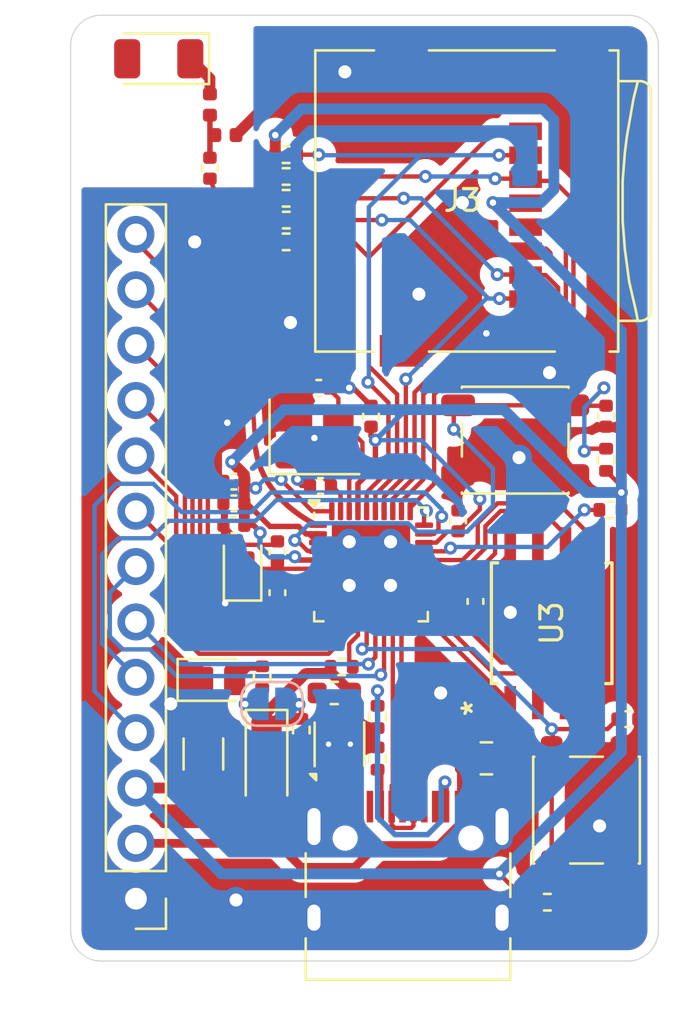
<source format=kicad_pcb>
(kicad_pcb (version 20241229) (generator "pcbnew") (generator_version "9.0")
  (title_block (title "C6dev") (date "2025-07-27") (rev "2"))
  (layers (0 "F.Cu" signal) (2 "B.Cu" signal) (13 "F.Paste" user) (15 "B.Paste" user) (5 "F.SilkS" user "F.Silkscreen") (7 "B.SilkS" user "B.Silkscreen") (1 "F.Mask" user) (3 "B.Mask" user) (25 "Edge.Cuts" user))
  (net 0 "")
  (net 1 "/ANT")
  (net 2 "GND")
  (net 3 "/RESET_BTN")
  (net 4 "/XTAL_N")
  (net 5 "/XTAL_P")
  (net 6 "/XTAL_32k_P")
  (net 7 "/XTAL_32k_N")
  (net 8 "+5V")
  (net 9 "/VDD_SPI")
  (net 10 "/BOOT_BTN")
  (net 11 "Net-(D1-A)")
  (net 12 "/GPIO11")
  (net 13 "/GPIO6")
  (net 14 "/GPIO16")
  (net 15 "/GPIO7")
  (net 16 "/GPIO3")
  (net 17 "/GPIO10")
  (net 18 "/GPIO17")
  (net 19 "/GPIO5")
  (net 20 "/GPIO2")
  (net 21 "/GPIO4")
  (net 22 "/SD_DATA0")
  (net 23 "/SD_CMD")
  (net 24 "/SD_DATA1")
  (net 25 "/SD_DATA3")
  (net 26 "/SD_CLK")
  (net 27 "/SD_DATA2")
  (net 28 "/USB_D+")
  (net 29 "Net-(J4-CC1)")
  (net 30 "/USB_D-")
  (net 31 "Net-(J4-CC2)")
  (net 32 "Net-(U2-SW)")
  (net 33 "/USB_JTAG")
  (net 34 "Net-(U2-PG)")
  (net 35 "/BOOT")
  (net 36 "/SPICLK")
  (net 37 "/SPIHD")
  (net 38 "/SPID")
  (net 39 "/SPICS0")
  (net 40 "/SPIWP")
  (net 41 "/SPIQ")
  (net 42 "+3.3V")
  (net 43 "Net-(JP1-A)")
  (net 44 "Net-(AE1-A)")
  (net 45 "Net-(C13-Pad2)")
  (footprint "W25Q64JVSSIQ:SOIC-8_5P28X5P28_WIN" (layer "F.Cu") (at 120.4 90.7 90)
    (property "Reference" "U3")
    (property "Value" "W25Q64JVSSIQ")
  )
  (footprint "Capacitor_SMD:C_0402_1005Metric" (layer "F.Cu") (at 116.9 89.7 -90)
    (property "Reference" "C15" (hide yes))
    (property "Value" "100nF")
  )
  (footprint "Capacitor_SMD:C_0402_1005Metric" (layer "F.Cu") (at 105.8 84.2 180)
    (property "Reference" "C8" (hide yes))
    (property "Value" "100nF")
  )
  (footprint "Capacitor_SMD:C_0402_1005Metric" (layer "F.Cu") (at 105.8 86.2 180)
    (property "Reference" "C11" (hide yes))
    (property "Value" "100nF")
  )
  (footprint "Capacitor_Tantalum_SMD:CP_EIA-3216-18_Kemet-A" (layer "F.Cu") (at 107.3 97 -90)
    (property "Reference" "C14" (hide yes))
    (property "Value" "100uF")
  )
  (footprint "Resistor_SMD:R_0402_1005Metric" (layer "F.Cu") (at 112.4 95 90)
    (property "Reference" "R5" (hide yes))
    (property "Value" "5.1kΩ")
  )
  (footprint "Capacitor_SMD:C_0402_1005Metric" (layer "F.Cu") (at 107.8 87.423692 -90)
    (property "Reference" "C4" (hide yes))
    (property "Value" "6.8pF")
  )
  (footprint "Capacitor_SMD:C_0805_2012Metric" (layer "F.Cu") (at 117.4 96.9 180)
    (property "Reference" "C6" (hide yes))
    (property "Value" "10uF")
  )
  (footprint "Resistor_SMD:R_0402_1005Metric" (layer "F.Cu") (at 110.7525 92.7)
    (property "Reference" "R8" (hide yes))
    (property "Value" "10k")
  )
  (footprint "Button_Switch_SMD:SW_SPST_PTS647_Sx38" (layer "F.Cu") (at 122 99.275 90)
    (property "Reference" "SW1" (hide yes))
    (property "Value" "SW_Push")
  )
  (footprint "Connector_Card:microSD_HC_Wuerth_693072010801" (layer "F.Cu") (at 117.65 71.325 -90)
    (property "Reference" "J3")
    (property "Value" "Micro_SD_Card")
  )
  (footprint "Capacitor_SMD:C_0402_1005Metric" (layer "F.Cu") (at 123.9 95.1)
    (property "Reference" "C16" (hide yes))
    (property "Value" "100nF")
  )
  (footprint "Inductor_SMD:L_0603_1608Metric" (layer "F.Cu") (at 110.4125 93.9)
    (property "Reference" "L1" (hide yes))
    (property "Value" "2uH")
  )
  (footprint "Capacitor_SMD:C_0402_1005Metric" (layer "F.Cu") (at 116.1 86 90)
    (property "Reference" "C9" (hide yes))
    (property "Value" "100nF")
  )
  (footprint "Resistor_SMD:R_0402_1005Metric" (layer "F.Cu") (at 107.1 93.19 -90)
    (property "Reference" "R13" (hide yes))
    (property "Value" "10k")
  )
  (footprint "Resistor_SMD:R_0402_1005Metric" (layer "F.Cu") (at 108.2 71.2 180)
    (property "Reference" "R9" (hide yes))
    (property "Value" "10k")
  )
  (footprint "RF_Antenna:Johanson_2450AT18x100_2400-2500Mhz" (layer "F.Cu") (at 102.35 64.8 180)
    (property "Reference" "AE1" (hide yes))
    (property "Value" "Antenna")
  )
  (footprint "Resistor_SMD:R_0402_1005Metric" (layer "F.Cu") (at 112.4 96.91 -90)
    (property "Reference" "R6" (hide yes))
    (property "Value" "5.1kΩ")
  )
  (footprint "Connector_PinHeader_2.54mm:PinHeader_1x13_P2.54mm_Vertical" (layer "F.Cu") (at 101.3 103.34 180)
    (property "Reference" "J1" (hide yes))
    (property "Value" "Conn_01x13_Pin")
  )
  (footprint "Inductor_SMD:L_0402_1005Metric" (layer "F.Cu") (at 104.7 66.9 -90)
    (property "Reference" "L2" (hide yes))
    (property "Value" "3.3nH")
  )
  (footprint "Capacitor_SMD:C_1206_3216Metric" (layer "F.Cu") (at 104.4 96.7 90)
    (property "Reference" "C7" (hide yes))
    (property "Value" "22uF")
  )
  (footprint "Package_DFN_QFN:QFN-40-1EP_5x5mm_P0.4mm_EP3.6x3.6mm" (layer "F.Cu") (at 112.1 88)
    (property "Reference" "U1" (hide yes))
    (property "Value" "ESP32-C6")
  )
  (footprint "Button_Switch_SMD:SW_SPST_PTS647_Sx38" (layer "F.Cu") (at 118.725 82.3)
    (property "Reference" "SW2" (hide yes))
    (property "Value" "SW_Push")
  )
  (footprint "Resistor_SMD:R_0402_1005Metric" (layer "F.Cu") (at 108.21 72.2 180)
    (property "Reference" "R3" (hide yes))
    (property "Value" "10k")
  )
  (footprint "Capacitor_SMD:C_0402_1005Metric" (layer "F.Cu") (at 112.1 81.2 90)
    (property "Reference" "C12" (hide yes))
    (property "Value" "100nF")
  )
  (footprint "Capacitor_SMD:C_0402_1005Metric" (layer "F.Cu") (at 109.7 79.9)
    (property "Reference" "C2" (hide yes))
    (property "Value" "12pF")
  )
  (footprint "Inductor_SMD:L_0402_1005Metric" (layer "F.Cu") (at 105.415 68.3 180)
    (property "Reference" "L3" (hide yes))
    (property "Value" "2.7nH")
  )
  (footprint "Resistor_SMD:R_0402_1005Metric" (layer "F.Cu") (at 122.9 83.2 90)
    (property "Reference" "R4" (hide yes))
    (property "Value" "10k")
  )
  (footprint "Resistor_SMD:R_0402_1005Metric" (layer "F.Cu") (at 108.2 69.2 180)
    (property "Reference" "R11" (hide yes))
    (property "Value" "10k")
  )
  (footprint "Resistor_SMD:R_0402_1005Metric" (layer "F.Cu") (at 108.2 73.2 180)
    (property "Reference" "R10" (hide yes))
    (property "Value" "10k")
  )
  (footprint "Crystal:Crystal_SMD_3225-4Pin_3.2x2.5mm" (layer "F.Cu") (at 109.5 82.15)
    (property "Reference" "Y1" (hide yes))
    (property "Value" "C521661")
  )
  (footprint "Capacitor_SMD:C_0402_1005Metric" (layer "F.Cu") (at 122.9 81.2 -90)
    (property "Reference" "C1" (hide yes))
    (property "Value" "100nF")
  )
  (footprint "LED_SMD:LED_0805_2012Metric" (layer "F.Cu") (at 104.9 93.3)
    (property "Reference" "D1" (hide yes))
    (property "Value" "LED")
  )
  (footprint "Package_SON:WSON-8-1EP_2x2mm_P0.5mm_EP0.9x1.6mm_ThermalVias" (layer "F.Cu") (at 110.65 96.25 90)
    (property "Reference" "U2" (hide yes))
    (property "Value" "TPS62172DSG")
  )
  (footprint "Resistor_SMD:R_0402_1005Metric" (layer "F.Cu") (at 108.2 70.2 180)
    (property "Reference" "R12" (hide yes))
    (property "Value" "10k")
  )
  (footprint "Resistor_SMD:R_0402_1005Metric" (layer "F.Cu") (at 120.2 103.5)
    (property "Reference" "R1" (hide yes))
    (property "Value" "10k")
  )
  (footprint "Crystal:Crystal_SMD_2012-2Pin_2.0x1.2mm" (layer "F.Cu") (at 106.2 88.4 90)
    (property "Reference" "Y3" (hide yes))
    (property "Value" "Crystal")
  )
  (footprint "Resistor_SMD:R_0402_1005Metric" (layer "F.Cu") (at 123.1 85.5 180)
    (property "Reference" "R2" (hide yes))
    (property "Value" "10k")
  )
  (footprint "Connector_USB:USB_C_Receptacle_HRO_TYPE-C-31-M-12" (layer "F.Cu") (at 113.8 103.16)
    (property "Reference" "J4" (hide yes))
    (property "Value" "USB_C_Receptacle_USB2.0_14P")
  )
  (footprint "Capacitor_SMD:C_0402_1005Metric" (layer "F.Cu") (at 107.8 89.3 -90)
    (property "Reference" "C5" (hide yes))
    (property "Value" "6.8pF")
  )
  (footprint "Capacitor_SMD:C_0402_1005Metric" (layer "F.Cu") (at 104.7 69.82 90)
    (property "Reference" "C13" (hide yes))
    (property "Value" "1.2pF")
  )
  (footprint "Capacitor_SMD:C_0402_1005Metric" (layer "F.Cu") (at 105.8 85.2 180)
    (property "Reference" "C10" (hide yes))
    (property "Value" "100nF")
  )
  (footprint "Capacitor_SMD:C_0402_1005Metric" (layer "F.Cu") (at 109.78 84.4 180)
    (property "Reference" "C3" (hide yes))
    (property "Value" "12pF")
  )
  (footprint "Resistor_SMD:R_0402_1005Metric" (layer "F.Cu") (at 108.9 95.6 -90)
    (property "Reference" "R7" (hide yes))
    (property "Value" "100k")
  )
  (footprint "Jumper:SolderJumper-2_P1.3mm_Open_RoundedPad1.0x1.5mm" (layer "B.Cu") (at 107.55 94.4)
    (property "Reference" "JP1" (hide yes))
    (property "Value" "Jumper_2_Bridged")
  )
  (gr_curve (pts (xy 104.7 70.3) (xy 106.4 74.6) (xy 106.3 75.4) (xy 106.8 82.7)) (stroke (width 0.2)) (layer "F.Cu") (net 1))
  (gr_curve (pts (xy 109.6 86.2) (xy 107.3 85) (xy 106.9 83.4) (xy 106.8 82.7)) (stroke (width 0.25)) (layer "F.Cu") (net 1))
  (gr_arc (start 125.3 104.8) (mid 124.889949 105.789949) (end 123.9 106.2) (stroke (width 0.05)) (layer "Edge.Cuts"))
  (gr_line (start 99.7 62.8) (end 123.9 62.8) (stroke (width 0.05)) (layer "Edge.Cuts"))
  (gr_arc (start 98.3 64.2) (mid 98.710051 63.210051) (end 99.7 62.8) (stroke (width 0.05)) (layer "Edge.Cuts"))
  (gr_arc (start 99.7 106.2) (mid 98.710051 105.789949) (end 98.3 104.8) (stroke (width 0.05)) (layer "Edge.Cuts"))
  (gr_line (start 123.9 106.2) (end 99.7 106.2) (stroke (width 0.05)) (layer "Edge.Cuts"))
  (gr_arc (start 123.9 62.8) (mid 124.889949 63.210051) (end 125.3 64.2) (stroke (width 0.05)) (layer "Edge.Cuts"))
  (gr_line (start 98.3 104.8) (end 98.3 64.2) (stroke (width 0.05)) (layer "Edge.Cuts"))
  (gr_line (start 125.3 64.2) (end 125.3 104.8) (stroke (width 0.05)) (layer "Edge.Cuts"))
  (segment (start 112.25 96.25) (end 112.4 96.4) (width 0.5) (layer "F.Cu") (net 2))
  (segment (start 108.8 65.4) (end 110.9 65.4) (width 0.5) (layer "F.Cu") (net 2))
  (segment (start 108.723642 84.094303) (end 108.711517 84.106428) (width 0.2) (layer "F.Cu") (net 2))
  (segment (start 105.32 86.2) (end 106.22 87.1) (width 0.2) (layer "F.Cu") (net 2))
  (segment (start 111.66 96.25) (end 112.4 95.51) (width 0.5) (layer "F.Cu") (net 2))
  (segment (start 108.711517 84.106428) (end 108.711517 84.205603) (width 0.2) (layer "F.Cu") (net 2))
  (segment (start 111.15 96.25) (end 111.476 96.576) (width 0.5) (layer "F.Cu") (net 2))
  (segment (start 118.35 96.9) (end 118.35 97.35) (width 1) (layer "F.Cu") (net 2))
  (segment (start 117.201 98.499) (end 117.201 99.266) (width 1) (layer "F.Cu") (net 2))
  (segment (start 111.476 95.924) (end 111.476 95.3) (width 0.5) (layer "F.Cu") (net 2))
  (segment (start 111.476 96.576) (end 111.476 97.2) (width 0.5) (layer "F.Cu") (net 2))
  (segment (start 111.15 96.25) (end 111.476 95.924) (width 0.5) (layer "F.Cu") (net 2))
  (segment (start 105.053 81.947) (end 105.053 83.933) (width 0.4) (layer "F.Cu") (net 2))
  (segment (start 117.965 100.03) (end 118.12 100.03) (width 1) (layer "F.Cu") (net 2))
  (segment (start 109.699 96.701) (end 110.15 96.25) (width 0.75) (layer "F.Cu") (net 2))
  (segment (start 105.5 81.5) (end 105.053 81.947) (width 0.4) (layer "F.Cu") (net 2))
  (segment (start 106.22 87.1) (end 107.643692 87.1) (width 0.2) (layer "F.Cu") (net 2))
  (segment (start 111.1 79.9) (end 111.28 79.9) (width 0.25) (layer "F.Cu") (net 2))
  (segment (start 109.699 97.2) (end 109.699 96.701) (width 0.75) (layer "F.Cu") (net 2))
  (segment (start 118.35 97.35) (end 117.201 98.499) (width 1) (layer "F.Cu") (net 2))
  (segment (start 108.711517 84.205603) (end 108.905914 84.4) (width 0.2) (layer "F.Cu") (net 2))
  (segment (start 109.48 100.03) (end 109.635 100.03) (width 0.75) (layer "F.Cu") (net 2))
  (segment (start 111.15 96.25) (end 112.25 96.25) (width 0.5) (layer "F.Cu") (net 2))
  (segment (start 117.201 99.266) (end 117.965 100.03) (width 1) (layer "F.Cu") (net 2))
  (segment (start 105.053 83.933) (end 105.32 84.2) (width 0.4) (layer "F.Cu") (net 2))
  (segment (start 108.905914 84.4) (end 109.3 84.4) (width 0.2) (layer "F.Cu") (net 2))
  (segment (start 111.15 96.25) (end 111.66 96.25) (width 0.5) (layer "F.Cu") (net 2))
  (segment (start 105.9 68.3) (end 108.8 65.4) (width 0.5) (layer "F.Cu") (net 2))
  (segment (start 105.4 89.78) (end 107.8 89.78) (width 0.2) (layer "F.Cu") (net 2))
  (segment (start 111.28 79.9) (end 112.1 80.72) (width 0.25) (layer "F.Cu") (net 2))
  (via (at 113 86.9625) (size 1.2) (drill 0.6) (layers "F.Cu" "B.Cu") (net 2))
  (via (at 118.5 90.2) (size 1.2) (drill 0.6) (layers "F.Cu" "B.Cu") (net 2))
  (via (at 110.9 65.4) (size 1.2) (drill 0.6) (layers "F.Cu" "B.Cu") (net 2))
  (via (at 111.1 86.9625) (size 1.2) (drill 0.6) (layers "F.Cu" "B.Cu") (net 2))
  (via (at 105.9 103.4) (size 1.2) (drill 0.6) (layers "F.Cu" "B.Cu") (net 2))
  (via (at 108.4 76.9) (size 1.2) (drill 0.6) (layers "F.Cu" "B.Cu") (net 2))
  (via (at 117.4 77.4) (size 0.6) (drill 0.3) (layers "F.Cu" "B.Cu") (net 2))
  (via (at 105.4 89.78) (size 0.6) (drill 0.3) (layers "F.Cu" "B.Cu") (net 2))
  (via (at 113 88.9625) (size 1.2) (drill 0.6) (layers "F.Cu" "B.Cu") (net 2))
  (via (at 118.9 83.1) (size 1.2) (drill 0.6) (layers "F.Cu" "B.Cu") (net 2))
  (via (at 116.3 71.4) (size 1.2) (drill 0.6) (layers "F.Cu" "B.Cu") (net 2))
  (via (at 115.3 93.9) (size 1.2) (drill 0.6) (layers "F.Cu" "B.Cu") (net 2))
  (via (at 111.1 88.9625) (size 1.2) (drill 0.6) (layers "F.Cu" "B.Cu") (net 2))
  (via (at 122.6 100) (size 1.2) (drill 0.6) (layers "F.Cu" "B.Cu") (net 2))
  (via (at 114.3 75.6) (size 1.2) (drill 0.6) (layers "F.Cu" "B.Cu") (net 2))
  (via (at 120.3 79.2) (size 1.2) (drill 0.6) (layers "F.Cu" "B.Cu") (net 2))
  (via (at 105.5 81.5) (size 0.6) (drill 0.3) (layers "F.Cu" "B.Cu") (net 2))
  (via (at 109.5 82.2) (size 0.6) (drill 0.3) (layers "F.Cu" "B.Cu") (net 2))
  (via (at 108.723642 84.094303) (size 0.6) (drill 0.3) (layers "F.Cu" "B.Cu") (net 2))
  (via (at 102.9 94.4) (size 1.2) (drill 0.6) (layers "F.Cu" "B.Cu") (net 2))
  (via (at 104 73.2) (size 1.2) (drill 0.6) (layers "F.Cu" "B.Cu") (net 2))
  (via (at 111.1 79.9) (size 0.6) (drill 0.3) (layers "F.Cu" "B.Cu") (net 2))
  (segment (start 122.9 82.69) (end 122.01 82.69) (width 0.2) (layer "F.Cu") (net 3))
  (segment (start 122 80.7) (end 122.8 79.9) (width 0.2) (layer "F.Cu") (net 3))
  (segment (start 109.3 87.4) (end 109.6625 87.4) (width 0.2) (layer "F.Cu") (net 3))
  (segment (start 115.9 81.8) (end 115.9 80.9) (width 0.2) (layer "F.Cu") (net 3))
  (segment (start 109.276 87.376) (end 109.3 87.4) (width 0.2) (layer "F.Cu") (net 3))
  (segment (start 108.684075 86.899997) (end 108.801414 87.017336) (width 0.2) (layer "F.Cu") (net 3))
  (segment (start 108.6 86.899997) (end 108.684075 86.899997) (width 0.2) (layer "F.Cu") (net 3))
  (segment (start 108.801414 87.017336) (end 108.822248 87.017336) (width 0.2) (layer "F.Cu") (net 3))
  (segment (start 109.180912 87.376) (end 109.276 87.376) (width 0.2) (layer "F.Cu") (net 3))
  (segment (start 121.35 80.7) (end 116.1 80.7) (width 0.2) (layer "F.Cu") (net 3))
  (segment (start 122.9 80.72) (end 121.37 80.72) (width 0.2) (layer "F.Cu") (net 3))
  (segment (start 122.01 82.69) (end 121.9 82.8) (width 0.2) (layer "F.Cu") (net 3))
  (segment (start 108.822248 87.017336) (end 109.180912 87.376) (width 0.2) (layer "F.Cu") (net 3))
  (via (at 115.9 81.8) (size 0.6) (drill 0.3) (layers "F.Cu" "B.Cu") (net 3))
  (via (at 121.9 82.8) (size 0.6) (drill 0.3) (layers "F.Cu" "B.Cu") (net 3))
  (via (at 122.8 79.9) (size 0.6) (drill 0.3) (layers "F.Cu" "B.Cu") (net 3))
  (via (at 108.6 86.899997) (size 0.6) (drill 0.3) (layers "F.Cu" "B.Cu") (net 3))
  (segment (start 117.7 83.6) (end 117.7 85.309443) (width 0.2) (layer "B.Cu") (net 3))
  (segment (start 117.7 85.309443) (end 116.509443 86.5) (width 0.2) (layer "B.Cu") (net 3))
  (segment (start 114.2 86.5) (end 113.8115 86.1115) (width 0.2) (layer "B.Cu") (net 3))
  (segment (start 113.8115 86.1115) (end 109.2885 86.1115) (width 0.2) (layer "B.Cu") (net 3))
  (segment (start 121.9 80.8) (end 122.8 79.9) (width 0.2) (layer "B.Cu") (net 3))
  (segment (start 115.9 81.8) (end 117.7 83.6) (width 0.2) (layer "B.Cu") (net 3))
  (segment (start 121.9 82.8) (end 121.9 80.8) (width 0.2) (layer "B.Cu") (net 3))
  (segment (start 108.688059 86.899997) (end 108.6 86.899997) (width 0.2) (layer "B.Cu") (net 3))
  (segment (start 108.688059 86.711941) (end 108.688059 86.899997) (width 0.2) (layer "B.Cu") (net 3))
  (segment (start 109.2885 86.1115) (end 108.688059 86.711941) (width 0.2) (layer "B.Cu") (net 3))
  (segment (start 116.509443 86.5) (end 114.2 86.5) (width 0.2) (layer "B.Cu") (net 3))
  (segment (start 110.6 80.38) (end 110.18 79.96) (width 0.2) (layer "F.Cu") (net 4))
  (segment (start 111.705833 83.494167) (end 111.705833 82.405833) (width 0.2) (layer "F.Cu") (net 4))
  (segment (start 111.1 84.1) (end 111.705833 83.494167) (width 0.2) (layer "F.Cu") (net 4))
  (segment (start 111.705833 82.405833) (end 110.6 81.3) (width 0.2) (layer "F.Cu") (net 4))
  (segment (start 110.6 81.3) (end 110.6 80.38) (width 0.2) (layer "F.Cu") (net 4))
  (segment (start 111.1 85.5625) (end 111.1 84.1) (width 0.2) (layer "F.Cu") (net 4))
  (segment (start 110.7 85.5625) (end 110.7 84.8) (width 0.2) (layer "F.Cu") (net 5))
  (segment (start 110.7 84.8) (end 108.9 83) (width 0.2) (layer "F.Cu") (net 5))
  (segment (start 109.4625 88.2) (end 106.7 88.2) (width 0.2) (layer "F.Cu") (net 6))
  (segment (start 106.7 88.2) (end 106.2 87.7) (width 0.2) (layer "F.Cu") (net 6))
  (segment (start 106.7 88.6) (end 106.2 89.1) (width 0.2) (layer "F.Cu") (net 7))
  (segment (start 109.4625 88.623692) (end 106.7 88.623692) (width 0.2) (layer "F.Cu") (net 7))
  (segment (start 110.875 97.51151) (end 110.875 97.2) (width 0.4) (layer "F.Cu") (net 8))
  (segment (start 108.9 101.9) (end 107.8 100.8) (width 0.4) (layer "F.Cu") (net 8))
  (segment (start 107.8 100.8) (end 101.3 100.8) (width 0.4) (layer "F.Cu") (net 8))
  (segment (start 111.35 99.115) (end 111.35 98.125) (width 0.4) (layer "F.Cu") (net 8))
  (segment (start 111.35 99.115) (end 111.35 97.98651) (width 0.4) (layer "F.Cu") (net 8))
  (segment (start 112.34743 100.84743) (end 111.35 99.85) (width 0.4) (layer "F.Cu") (net 8))
  (segment (start 112.34743 100.9) (end 112.34743 100.84743) (width 0.4) (layer "F.Cu") (net 8))
  (segment (start 115.2 100.9) (end 112.34743 100.9) (width 0.4) (layer "F.Cu") (net 8))
  (segment (start 111.35 98.125) (end 110.425 97.2) (width 0.4) (layer "F.Cu") (net 8))
  (segment (start 112.34743 100.9) (end 111.34743 101.9) (width 0.4) (layer "F.Cu") (net 8))
  (segment (start 111.34743 101.9) (end 108.9 101.9) (width 0.4) (layer "F.Cu") (net 8))
  (segment (start 116.25 99.85) (end 115.2 100.9) (width 0.4) (layer "F.Cu") (net 8))
  (segment (start 111.35 97.98651) (end 110.875 97.51151) (width 0.4) (layer "F.Cu") (net 8))
  (segment (start 116.25 99.115) (end 116.25 99.85) (width 0.4) (layer "F.Cu") (net 8))
  (segment (start 111.35 99.85) (end 111.35 99.115) (width 0.4) (layer "F.Cu") (net 8))
  (segment (start 116.25 99.115) (end 116.25 97.1) (width 0.4) (layer "F.Cu") (net 8))
  (segment (start 114.5375 89) (end 117.02 89) (width 0.25) (layer "F.Cu") (net 9))
  (segment (start 117.02 89) (end 118.495 87.525) (width 0.25) (layer "F.Cu") (net 9))
  (segment (start 120.4 96.65) (end 120.4 101.9) (width 0.2) (layer "F.Cu") (net 10))
  (segment (start 111.9 90.4375) (end 111.9 91.675853) (width 0.2) (layer "F.Cu") (net 10))
  (segment (start 122.963098 95.556902) (end 123.42 95.1) (width 0.2) (layer "F.Cu") (net 10))
  (segment (start 120.4 95.556902) (end 122.963098 95.556902) (width 0.2) (layer "F.Cu") (net 10))
  (segment (start 120.4 95.556902) (end 120.45 95.606902) (width 0.2) (layer "F.Cu") (net 10))
  (segment (start 120.71 103.5) (end 120.71 102.21) (width 0.2) (layer "F.Cu") (net 10))
  (segment (start 120.45 95.606902) (end 120.45 96.6) (width 0.2) (layer "F.Cu") (net 10))
  (segment (start 111.9 91.675853) (end 111.692874 91.882979) (width 0.2) (layer "F.Cu") (net 10))
  (via (at 111.692874 91.882979) (size 0.6) (drill 0.3) (layers "F.Cu" "B.Cu") (net 10))
  (via (at 120.4 95.556902) (size 0.6) (drill 0.3) (layers "F.Cu" "B.Cu") (net 10))
  (segment (start 120.4 95.5) (end 116.782979 91.882979) (width 0.2) (layer "B.Cu") (net 10))
  (segment (start 120.4 95.556902) (end 120.4 95.5) (width 0.2) (layer "B.Cu") (net 10))
  (segment (start 116.782979 91.882979) (end 111.692874 91.882979) (width 0.2) (layer "B.Cu") (net 10))
  (segment (start 105.8375 93.3) (end 106.4575 92.68) (width 0.4) (layer "F.Cu") (net 11))
  (segment (start 106.4575 92.68) (end 107.1 92.68) (width 0.4) (layer "F.Cu") (net 11))
  (segment (start 112.7 92.915154) (end 112.55 93.065154) (width 0.2) (layer "F.Cu") (net 12))
  (segment (start 112.7 90.4375) (end 112.7 92.915154) (width 0.2) (layer "F.Cu") (net 12))
  (via (at 112.55 93.065154) (size 0.6) (drill 0.3) (layers "F.Cu" "B.Cu") (net 12))
  (segment (start 100.1 91.3) (end 100.1 89.3) (width 0.2) (layer "B.Cu") (net 12))
  (segment (start 101.948392 91.9) (end 100.7 91.9) (width 0.2) (layer "B.Cu") (net 12))
  (segment (start 100.1 89.3) (end 101.3 88.1) (width 0.2) (layer "B.Cu") (net 12))
  (segment (start 112.55 93.065154) (end 112.48935 93.125804) (width 0.2) (layer "B.Cu") (net 12))
  (segment (start 112.48935 93.125804) (end 103.174196 93.125804) (width 0.2) (layer "B.Cu") (net 12))
  (segment (start 100.7 91.9) (end 100.1 91.3) (width 0.2) (layer "B.Cu") (net 12))
  (segment (start 103.174196 93.125804) (end 101.948392 91.9) (width 0.2) (layer "B.Cu") (net 12))
  (segment (start 103.151 90.551) (end 103.151 84.871) (width 0.2) (layer "F.Cu") (net 13))
  (segment (start 104.349 91.749) (end 103.151 90.551) (width 0.2) (layer "F.Cu") (net 13))
  (segment (start 103.151 84.871) (end 101.3 83.02) (width 0.2) (layer "F.Cu") (net 13))
  (segment (start 110.008223 91.749) (end 104.349 91.749) (width 0.2) (layer "F.Cu") (net 13))
  (segment (start 110.7 90.4375) (end 110.7 91.057223) (width 0.2) (layer "F.Cu") (net 13))
  (segment (start 110.7 91.057223) (end 110.008223 91.749) (width 0.2) (layer "F.Cu") (net 13))
  (segment (start 115.35 85.8) (end 115.2 85.95) (width 0.2) (layer "F.Cu") (net 14))
  (segment (start 115.2 86.395088) (end 114.995088 86.6) (width 0.2) (layer "F.Cu") (net 14))
  (segment (start 115.2 85.95) (end 115.2 86.395088) (width 0.2) (layer "F.Cu") (net 14))
  (segment (start 114.995088 86.6) (end 114.5375 86.6) (width 0.2) (layer "F.Cu") (net 14))
  (via (at 115.35 85.8) (size 0.6) (drill 0.3) (layers "F.Cu" "B.Cu") (net 14))
  (segment (start 100.4 84.3) (end 99.398 85.302) (width 0.2) (layer "B.Cu") (net 14))
  (segment (start 107.5 84.7) (end 106.6 85.6) (width 0.2) (layer "B.Cu") (net 14))
  (segment (start 99.398 85.302) (end 99.398 93.818) (width 0.2) (layer "B.Cu") (net 14))
  (segment (start 106.6 85.6) (end 103.4 85.6) (width 0.2) (layer "B.Cu") (net 14))
  (segment (start 115.35 85.469308) (end 114.580692 84.7) (width 0.2) (layer "B.Cu") (net 14))
  (segment (start 114.580692 84.7) (end 107.5 84.7) (width 0.2) (layer "B.Cu") (net 14))
  (segment (start 99.398 93.818) (end 101.3 95.72) (width 0.2) (layer "B.Cu") (net 14))
  (segment (start 115.35 85.8) (end 115.35 85.469308) (width 0.2) (layer "B.Cu") (net 14))
  (segment (start 103.4 85.6) (end 102.1 84.3) (width 0.2) (layer "B.Cu") (net 14))
  (segment (start 102.1 84.3) (end 100.4 84.3) (width 0.2) (layer "B.Cu") (net 14))
  (segment (start 101.3 85.56) (end 102.8 87.06) (width 0.2) (layer "F.Cu") (net 15))
  (segment (start 110.153612 92.1) (end 111.1 91.153611) (width 0.2) (layer "F.Cu") (net 15))
  (segment (start 104.203612 92.1) (end 110.153612 92.1) (width 0.2) (layer "F.Cu") (net 15))
  (segment (start 111.1 91.153611) (end 111.1 90.4375) (width 0.2) (layer "F.Cu") (net 15))
  (segment (start 102.8 87.06) (end 102.8 90.696389) (width 0.2) (layer "F.Cu") (net 15))
  (segment (start 102.8 90.696389) (end 104.203612 92.1) (width 0.2) (layer "F.Cu") (net 15))
  (segment (start 104.251 78.351) (end 101.3 75.4) (width 0.2) (layer "F.Cu") (net 16))
  (segment (start 108.999 89.605912) (end 108.999 90.404612) (width 0.2) (layer "F.Cu") (net 16))
  (segment (start 104.801611 90.696) (end 104.251 90.145388) (width 0.2) (layer "F.Cu") (net 16))
  (segment (start 104.251 90.145388) (end 104.251 78.351) (width 0.2) (layer "F.Cu") (net 16))
  (segment (start 109.204912 89.4) (end 108.999 89.605912) (width 0.2) (layer "F.Cu") (net 16))
  (segment (start 108.999 90.404612) (end 108.707612 90.696) (width 0.2) (layer "F.Cu") (net 16))
  (segment (start 108.707612 90.696) (end 104.801611 90.696) (width 0.2) (layer "F.Cu") (net 16))
  (segment (start 109.6625 89.4) (end 109.204912 89.4) (width 0.2) (layer "F.Cu") (net 16))
  (segment (start 112.3 90.4375) (end 112.3 92.257304) (width 0.2) (layer "F.Cu") (net 17))
  (segment (start 112.3 92.257304) (end 111.9825 92.574804) (width 0.2) (layer "F.Cu") (net 17))
  (via (at 111.9825 92.574804) (size 0.6) (drill 0.3) (layers "F.Cu" "B.Cu") (net 17))
  (segment (start 103.234804 92.574804) (end 101.3 90.64) (width 0.2) (layer "B.Cu") (net 17))
  (segment (start 111.9825 92.574804) (end 103.234804 92.574804) (width 0.2) (layer "B.Cu") (net 17))
  (segment (start 114.5375 85.651344) (end 114.5375 86.2) (width 0.2) (layer "F.Cu") (net 18))
  (segment (start 114.645152 85.543692) (end 114.5375 85.651344) (width 0.2) (layer "F.Cu") (net 18))
  (via (at 114.645152 85.543692) (size 0.6) (drill 0.3) (layers "F.Cu" "B.Cu") (net 18))
  (segment (start 106.8 86) (end 102.8 86) (width 0.2) (layer "B.Cu") (net 18))
  (segment (start 100.5 86.8) (end 99.749 87.551) (width 0.2) (layer "B.Cu") (net 18))
  (segment (start 107.749 85.051) (end 106.8 86) (width 0.2) (layer "B.Cu") (net 18))
  (segment (start 99.749 87.551) (end 99.749 91.629) (width 0.2) (layer "B.Cu") (net 18))
  (segment (start 114.645152 85.543692) (end 114.15246 85.051) (width 0.2) (layer "B.Cu") (net 18))
  (segment (start 102.8 86) (end 102 86.8) (width 0.2) (layer "B.Cu") (net 18))
  (segment (start 102 86.8) (end 100.5 86.8) (width 0.2) (layer "B.Cu") (net 18))
  (segment (start 114.15246 85.051) (end 107.749 85.051) (width 0.2) (layer "B.Cu") (net 18))
  (segment (start 99.749 91.629) (end 101.3 93.18) (width 0.2) (layer "B.Cu") (net 18))
  (segment (start 104.510832 91.398) (end 103.549 90.436164) (width 0.2) (layer "F.Cu") (net 19))
  (segment (start 103.549 82.729) (end 101.3 80.48) (width 0.2) (layer "F.Cu") (net 19))
  (segment (start 109.8 91.398) (end 104.510832 91.398) (width 0.2) (layer "F.Cu") (net 19))
  (segment (start 103.549 90.436164) (end 103.549 82.729) (width 0.2) (layer "F.Cu") (net 19))
  (segment (start 110.3 90.898) (end 109.8 91.398) (width 0.2) (layer "F.Cu") (net 19))
  (segment (start 110.3 90.4375) (end 110.3 90.898) (width 0.2) (layer "F.Cu") (net 19))
  (segment (start 104.602 76.502) (end 101.3 73.2) (width 0.2) (layer "F.Cu") (net 20))
  (segment (start 108.561 89.547524) (end 108.561 90.085838) (width 0.2) (layer "F.Cu") (net 20))
  (segment (start 104.947 90.345) (end 104.602 90) (width 0.2) (layer "F.Cu") (net 20))
  (segment (start 109.6625 89) (end 109.108524 89) (width 0.2) (layer "F.Cu") (net 20))
  (segment (start 109.108524 89) (end 108.561 89.547524) (width 0.2) (layer "F.Cu") (net 20))
  (segment (start 108.561 90.085838) (end 108.301838 90.345) (width 0.2) (layer "F.Cu") (net 20))
  (segment (start 108.301838 90.345) (end 104.947 90.345) (width 0.2) (layer "F.Cu") (net 20))
  (segment (start 104.602 90) (end 104.602 76.502) (width 0.2) (layer "F.Cu") (net 20))
  (segment (start 104.656221 91.047) (end 103.9 90.290776) (width 0.2) (layer "F.Cu") (net 21))
  (segment (start 103.9 80.54) (end 101.3 77.94) (width 0.2) (layer "F.Cu") (net 21))
  (segment (start 109.253 91.047) (end 104.656221 91.047) (width 0.2) (layer "F.Cu") (net 21))
  (segment (start 109.6625 89.8) (end 109.6625 90.6375) (width 0.2) (layer "F.Cu") (net 21))
  (segment (start 103.9 90.290776) (end 103.9 80.54) (width 0.2) (layer "F.Cu") (net 21))
  (segment (start 109.6625 90.6375) (end 109.253 91.047) (width 0.2) (layer "F.Cu") (net 21))
  (segment (start 114.1 83.989164) (end 114.1 80.107224) (width 0.2) (layer "F.Cu") (net 22))
  (segment (start 120.698 76.105612) (end 120.698 75.3) (width 0.2) (layer "F.Cu") (net 22))
  (segment (start 120.698 75.3) (end 120.123 74.725) (width 0.2) (layer "F.Cu") (net 22))
  (segment (start 117.954612 78.849) (end 120.698 76.105612) (width 0.2) (layer "F.Cu") (net 22))
  (segment (start 113.1 85.5625) (end 113.1 84.989164) (width 0.2) (layer "F.Cu") (net 22))
  (segment (start 117.9 74.7) (end 119.175 74.7) (width 0.2) (layer "F.Cu") (net 22))
  (segment (start 114.1 80.107224) (end 115.358224 78.849) (width 0.2) (layer "F.Cu") (net 22))
  (segment (start 108.71 71.2) (end 113.6 71.2) (width 0.2) (layer "F.Cu") (net 22))
  (segment (start 115.358224 78.849) (end 117.954612 78.849) (width 0.2) (layer "F.Cu") (net 22))
  (segment (start 113.1 84.989164) (end 114.1 83.989164) (width 0.2) (layer "F.Cu") (net 22))
  (segment (start 120.123 74.725) (end 119.2 74.725) (width 0.2) (layer "F.Cu") (net 22))
  (via (at 117.9 74.7) (size 0.6) (drill 0.3) (layers "F.Cu" "B.Cu") (net 22))
  (via (at 113.6 71.2) (size 0.6) (drill 0.3) (layers "F.Cu" "B.Cu") (net 22))
  (segment (start 114.4 71.2) (end 117.9 74.7) (width 0.2) (layer "B.Cu") (net 22))
  (segment (start 113.6 71.2) (end 114.4 71.2) (width 0.2) (layer "B.Cu") (net 22))
  (segment (start 121.4 71.3) (end 121.4 76.4) (width 0.2) (layer "F.Cu") (net 23))
  (segment (start 119.2 70.4) (end 120.5 70.4) (width 0.2) (layer "F.Cu") (net 23))
  (segment (start 108.71 70.2) (end 114.6 70.2) (width 0.2) (layer "F.Cu") (net 23))
  (segment (start 120.5 70.4) (end 121.4 71.3) (width 0.2) (layer "F.Cu") (net 23))
  (segment (start 115 84.3) (end 113.9 85.4) (width 0.2) (layer "F.Cu") (net 23))
  (segment (start 117.8 70.3) (end 119.175 70.3) (width 0.2) (layer "F.Cu") (net 23))
  (segment (start 118.2 79.6) (end 115.6 79.6) (width 0.2) (layer "F.Cu") (net 23))
  (segment (start 121.4 76.4) (end 118.2 79.6) (width 0.2) (layer "F.Cu") (net 23))
  (segment (start 115.6 79.6) (end 115 80.2) (width 0.2) (layer "F.Cu") (net 23))
  (segment (start 115 80.2) (end 115 84.3) (width 0.2) (layer "F.Cu") (net 23))
  (via (at 114.6 70.2) (size 0.6) (drill 0.3) (layers "F.Cu" "B.Cu") (net 23))
  (via (at 117.8 70.3) (size 0.6) (drill 0.3) (layers "F.Cu" "B.Cu") (net 23))
  (segment (start 114.6 70.2) (end 117.7 70.2) (width 0.2) (layer "B.Cu") (net 23))
  (segment (start 117.7 70.2) (end 117.8 70.3) (width 0.2) (layer "B.Cu") (net 23))
  (segment (start 113.7 83.892776) (end 113.7 79.5) (width 0.2) (layer "F.Cu") (net 24))
  (segment (start 112.6 72.2) (end 108.82 72.2) (width 0.2) (layer "F.Cu") (net 24))
  (segment (start 118 75.8) (end 119.175 75.8) (width 0.2) (layer "F.Cu") (net 24))
  (segment (start 112.7 84.892776) (end 113.7 83.892776) (width 0.2) (layer "F.Cu") (net 24))
  (segment (start 112.7 85.5625) (end 112.7 84.892776) (width 0.2) (layer "F.Cu") (net 24))
  (via (at 112.6 72.2) (size 0.6) (drill 0.3) (layers "F.Cu" "B.Cu") (net 24))
  (via (at 113.7 79.5) (size 0.6) (drill 0.3) (layers "F.Cu" "B.Cu") (net 24))
  (via (at 118 75.8) (size 0.6) (drill 0.3) (layers "F.Cu" "B.Cu") (net 24))
  (segment (start 117.5 75.8) (end 118 75.8) (width 0.2) (layer "B.Cu") (net 24))
  (segment (start 112.6 72.2) (end 113.9 72.2) (width 0.2) (layer "B.Cu") (net 24))
  (segment (start 113.7 79.5) (end 117.4 75.8) (width 0.2) (layer "B.Cu") (net 24))
  (segment (start 117.4 75.8) (end 117.5 75.8) (width 0.2) (layer "B.Cu") (net 24))
  (segment (start 113.9 72.2) (end 117.5 75.8) (width 0.2) (layer "B.Cu") (net 24))
  (segment (start 111.961091 79.638909) (end 112.9 80.577818) (width 0.2) (layer "F.Cu") (net 25))
  (segment (start 117.975 69.225) (end 119.2 69.225) (width 0.2) (layer "F.Cu") (net 25))
  (segment (start 112.9 83.7) (end 111.9 84.7) (width 0.2) (layer "F.Cu") (net 25))
  (segment (start 111.9 84.7) (end 111.9 85.5625) (width 0.2) (layer "F.Cu") (net 25))
  (segment (start 112.9 80.577818) (end 112.9 83.7) (width 0.2) (layer "F.Cu") (net 25))
  (segment (start 109.7 69.2) (end 108.71 69.2) (width 0.2) (layer "F.Cu") (net 25))
  (via (at 117.975 69.225) (size 0.6) (drill 0.3) (layers "F.Cu" "B.Cu") (net 25))
  (via (at 111.961091 79.638909) (size 0.6) (drill 0.3) (layers "F.Cu" "B.Cu") (net 25))
  (via (at 109.7 69.2) (size 0.6) (drill 0.3) (layers "F.Cu" "B.Cu") (net 25))
  (segment (start 115.2 69.225) (end 109.725 69.225) (width 0.2) (layer "B.Cu") (net 25))
  (segment (start 117.975 69.225) (end 115.2 69.225) (width 0.2) (layer "B.Cu") (net 25))
  (segment (start 109.725 69.225) (end 109.7 69.2) (width 0.2) (layer "B.Cu") (net 25))
  (segment (start 114.375 69.225) (end 115.2 69.225) (width 0.2) (layer "B.Cu") (net 25))
  (segment (start 112 79.6) (end 112 71.6) (width 0.2) (layer "B.Cu") (net 25))
  (segment (start 112 71.6) (end 114.375 69.225) (width 0.2) (layer "B.Cu") (net 25))
  (segment (start 111.961091 79.638909) (end 112 79.6) (width 0.2) (layer "B.Cu") (net 25))
  (segment (start 121.049 76.251) (end 121.049 73.424) (width 0.2) (layer "F.Cu") (net 26))
  (segment (start 113.5 85.104912) (end 114.504 84.100912) (width 0.2) (layer "F.Cu") (net 26))
  (segment (start 114.504 84.100912) (end 114.504 80.199612) (width 0.2) (layer "F.Cu") (net 26))
  (segment (start 118.1 79.2) (end 121.049 76.251) (width 0.2) (layer "F.Cu") (net 26))
  (segment (start 121.049 73.424) (end 120.15 72.525) (width 0.2) (layer "F.Cu") (net 26))
  (segment (start 115.503612 79.2) (end 118.1 79.2) (width 0.2) (layer "F.Cu") (net 26))
  (segment (start 120.15 72.525) (end 119.2 72.525) (width 0.2) (layer "F.Cu") (net 26))
  (segment (start 114.504 80.199612) (end 115.503612 79.2) (width 0.2) (layer "F.Cu") (net 26))
  (segment (start 113.5 85.5625) (end 113.5 85.104912) (width 0.2) (layer "F.Cu") (net 26))
  (segment (start 113.3 83.796388) (end 113.3 80.2) (width 0.2) (layer "F.Cu") (net 27))
  (segment (start 112.3 84.796388) (end 113.3 83.796388) (width 0.2) (layer "F.Cu") (net 27))
  (segment (start 112 78.9) (end 112 73.9) (width 0.2) (layer "F.Cu") (net 27))
  (segment (start 112 73.9) (end 117.775 68.125) (width 0.2) (layer "F.Cu") (net 27))
  (segment (start 113.3 80.2) (end 112 78.9) (width 0.2) (layer "F.Cu") (net 27))
  (segment (start 111.3 73.2) (end 112 73.9) (width 0.2) (layer "F.Cu") (net 27))
  (segment (start 112.3 85.5625) (end 112.3 84.796388) (width 0.2) (layer "F.Cu") (net 27))
  (segment (start 108.71 73.2) (end 111.3 73.2) (width 0.2) (layer "F.Cu") (net 27))
  (segment (start 117.775 68.125) (end 119.2 68.125) (width 0.2) (layer "F.Cu") (net 27))
  (segment (start 113.649 98.139) (end 113.55 98.238) (width 0.2) (layer "F.Cu") (net 28))
  (segment (start 114.451 98.139) (end 113.649 98.139) (width 0.2) (layer "F.Cu") (net 28))
  (segment (start 113.5 98.1) (end 113.5 90.4375) (width 0.2) (layer "F.Cu") (net 28))
  (segment (start 114.55 99.115) (end 114.55 98.238) (width 0.2) (layer "F.Cu") (net 28))
  (segment (start 113.55 98.15) (end 113.5 98.1) (width 0.2) (layer "F.Cu") (net 28))
  (segment (start 114.55 98.238) (end 114.451 98.139) (width 0.2) (layer "F.Cu") (net 28))
  (segment (start 113.55 98.238) (end 113.55 99.115) (width 0.2) (layer "F.Cu") (net 28))
  (segment (start 113.55 99.115) (end 113.55 98.15) (width 0.2) (layer "F.Cu") (net 28))
  (segment (start 112.55 99.115) (end 112.55 97.57) (width 0.25) (layer "F.Cu") (net 29))
  (segment (start 112.55 97.57) (end 112.4 97.42) (width 0.25) (layer "F.Cu") (net 29))
  (segment (start 114.05 99.992) (end 113.951 100.091) (width 0.2) (layer "F.Cu") (net 30))
  (segment (start 113.05 99.95) (end 113.05 99.115) (width 0.2) (layer "F.Cu") (net 30))
  (segment (start 113.951 100.091) (end 113.191 100.091) (width 0.2) (layer "F.Cu") (net 30))
  (segment (start 113.05 98.15) (end 113.1 98.1) (width 0.2) (layer "F.Cu") (net 30))
  (segment (start 114.05 99.115) (end 114.05 99.992) (width 0.2) (layer "F.Cu") (net 30))
  (segment (start 113.1 98.1) (end 113.1 90.4375) (width 0.2) (layer "F.Cu") (net 30))
  (segment (start 113.05 99.115) (end 113.05 98.15) (width 0.2) (layer "F.Cu") (net 30))
  (segment (start 113.191 100.091) (end 113.05 99.95) (width 0.2) (layer "F.Cu") (net 30))
  (segment (start 115.55 98.040977) (end 115.55 99.115) (width 0.25) (layer "F.Cu") (net 31))
  (segment (start 112.4 93.8) (end 112.4 94.49) (width 0.25) (layer "F.Cu") (net 31))
  (segment (start 115.496196 97.987173) (end 115.55 98.040977) (width 0.25) (layer "F.Cu") (net 31))
  (via (at 112.4 93.8) (size 0.6) (drill 0.3) (layers "F.Cu" "B.Cu") (net 31))
  (via (at 115.496196 97.987173) (size 0.6) (drill 0.3) (layers "F.Cu" "B.Cu") (net 31))
  (segment (start 115.496196 98.003804) (end 115.324188 98.175812) (width 0.25) (layer "B.Cu") (net 31))
  (segment (start 115.324188 99.775812) (end 114.7 100.4) (width 0.25) (layer "B.Cu") (net 31))
  (segment (start 115.324188 98.175812) (end 115.324188 99.775812) (width 0.25) (layer "B.Cu") (net 31))
  (segment (start 112.4 99.6) (end 112.4 93.8) (width 0.25) (layer "B.Cu") (net 31))
  (segment (start 113.2 100.4) (end 112.4 99.6) (width 0.25) (layer "B.Cu") (net 31))
  (segment (start 115.496196 97.987173) (end 115.496196 98.003804) (width 0.25) (layer "B.Cu") (net 31))
  (segment (start 114.7 100.4) (end 113.2 100.4) (width 0.25) (layer "B.Cu") (net 31))
  (segment (start 110.4 95.3) (end 110.4 94.675) (width 0.25) (layer "F.Cu") (net 32))
  (segment (start 110.4 94.675) (end 109.625 93.9) (width 0.25) (layer "F.Cu") (net 32))
  (segment (start 121.9 85.5) (end 122.59 85.5) (width 0.2) (layer "F.Cu") (net 33))
  (segment (start 115.75 87.35) (end 115.7 87.4) (width 0.2) (layer "F.Cu") (net 33))
  (segment (start 115.7 87.4) (end 114.5375 87.4) (width 0.2) (layer "F.Cu") (net 33))
  (segment (start 115.75 87.25) (end 115.75 87.35) (width 0.2) (layer "F.Cu") (net 33))
  (via (at 121.9 85.5) (size 0.6) (drill 0.3) (layers "F.Cu" "B.Cu") (net 33))
  (via (at 115.75 87.25) (size 0.6) (drill 0.3) (layers "F.Cu" "B.Cu") (net 33))
  (segment (start 115.75 87.25) (end 115.8 87.2) (width 0.2) (layer "B.Cu") (net 33))
  (segment (start 115.8 87.2) (end 120.2 87.2) (width 0.2) (layer "B.Cu") (net 33))
  (segment (start 120.2 87.2) (end 121.9 85.5) (width 0.2) (layer "B.Cu") (net 33))
  (segment (start 109.71 95.3) (end 108.9 96.11) (width 0.25) (layer "F.Cu") (net 34))
  (segment (start 109.9 95.3) (end 109.71 95.3) (width 0.25) (layer "F.Cu") (net 34))
  (segment (start 111.5 91.25) (end 111.5 90.4375) (width 0.2) (layer "F.Cu") (net 35))
  (segment (start 111.1 91.65) (end 111.5 91.25) (width 0.2) (layer "F.Cu") (net 35))
  (segment (start 111.1 92.5375) (end 111.1 91.65) (width 0.2) (layer "F.Cu") (net 35))
  (segment (start 117.354612 87.245388) (end 117.354612 86.249) (width 0.2) (layer "F.Cu") (net 36))
  (segment (start 119.949 85.549) (end 121.035 86.635) (width 0.2) (layer "F.Cu") (net 36))
  (segment (start 117.354612 86.249) (end 118.054612 85.549) (width 0.2) (layer "F.Cu") (net 36))
  (segment (start 114.5375 88.2) (end 116.4 88.2) (width 0.2) (layer "F.Cu") (net 36))
  (segment (start 116.4 88.2) (end 117.354612 87.245388) (width 0.2) (layer "F.Cu") (net 36))
  (segment (start 118.054612 85.549) (end 119.949 85.549) (width 0.2) (layer "F.Cu") (net 36))
  (segment (start 119.3 85.9) (end 119.765 86.365) (width 0.2) (layer "F.Cu") (net 37))
  (segment (start 116.564162 88.589) (end 116.711 88.589) (width 0.2) (layer "F.Cu") (net 37))
  (segment (start 114.5375 88.6) (end 116.553162 88.6) (width 0.2) (layer "F.Cu") (net 37))
  (segment (start 117.8 87.5) (end 117.8 86.3) (width 0.2) (layer "F.Cu") (net 37))
  (segment (start 116.553162 88.6) (end 116.564162 88.589) (width 0.2) (layer "F.Cu") (net 37))
  (segment (start 119.765 86.365) (end 119.765 87.0551) (width 0.2) (layer "F.Cu") (net 37))
  (segment (start 116.711 88.589) (end 117.8 87.5) (width 0.2) (layer "F.Cu") (net 37))
  (segment (start 118.2 85.9) (end 119.3 85.9) (width 0.2) (layer "F.Cu") (net 37))
  (segment (start 117.8 86.3) (end 118.2 85.9) (width 0.2) (layer "F.Cu") (net 37))
  (segment (start 121.5527 86.0527) (end 122.305 86.805) (width 0.2) (layer "F.Cu") (net 38))
  (segment (start 121.5421 86.0421) (end 121.5527 86.0421) (width 0.2) (layer "F.Cu") (net 38))
  (segment (start 120.096388 85.2) (end 120.7 85.2) (width 0.2) (layer "F.Cu") (net 38))
  (segment (start 117.003612 87.1) (end 117.003612 86.103612) (width 0.2) (layer "F.Cu") (net 38))
  (segment (start 117.909224 85.198) (end 120.094388 85.198) (width 0.2) (layer "F.Cu") (net 38))
  (segment (start 120.7 85.2) (end 121.5421 86.0421) (width 0.2) (layer "F.Cu") (net 38))
  (segment (start 120.094388 85.198) (end 120.096388 85.2) (width 0.2) (layer "F.Cu") (net 38))
  (segment (start 114.5375 87.8) (end 116.303612 87.8) (width 0.2) (layer "F.Cu") (net 38))
  (segment (start 116.303612 87.8) (end 117.003612 87.1) (width 0.2) (layer "F.Cu") (net 38))
  (segment (start 117.003612 86.103612) (end 117.909224 85.198) (width 0.2) (layer "F.Cu") (net 38))
  (segment (start 121.5527 86.0421) (end 121.5527 86.0527) (width 0.2) (layer "F.Cu") (net 38))
  (segment (start 114.5876 90.4375) (end 118.495 94.3449) (width 0.2) (layer "F.Cu") (net 39))
  (segment (start 113.9 90.4375) (end 114.5876 90.4375) (width 0.2) (layer "F.Cu") (net 39))
  (segment (start 118.095088 92.5) (end 119.6854 92.5) (width 0.2) (layer "F.Cu") (net 40))
  (segment (start 114.995088 89.4) (end 118.095088 92.5) (width 0.2) (layer "F.Cu") (net 40))
  (segment (start 119.6854 92.5) (end 121.035 93.8496) (width 0.2) (layer "F.Cu") (net 40))
  (segment (start 114.5375 89.4) (end 114.995088 89.4) (width 0.2) (layer "F.Cu") (net 40))
  (segment (start 118.9154 93) (end 119.765 93.8496) (width 0.2) (layer "F.Cu") (net 41))
  (segment (start 117.7375 93) (end 118.9154 93) (width 0.2) (layer "F.Cu") (net 41))
  (segment (start 114.5375 89.8) (end 117.7375 93) (width 0.2) (layer "F.Cu") (net 41))
  (segment (start 107.3 95.6475) (end 107.8575 95.09) (width 0.5) (layer "F.Cu") (net 42))
  (segment (start 107.456961 86.256961) (end 108.771552 86.256961) (width 0.25) (layer "F.Cu") (net 42))
  (segment (start 109.16748 93) (end 110.3 93) (width 0.5) (layer "F.Cu") (net 42))
  (segment (start 104.6875 98.26) (end 101.3 98.26) (width 0.5) (layer "F.Cu") (net 42))
  (segment (start 106.7 86.2) (end 106.28 86.2) (width 0.25) (layer "F.Cu") (net 42))
  (segment (start 108.9 95.09) (end 108.9 94.536501) (width 0.25) (layer "F.Cu") (net 42))
  (segment (start 109.14348 93.024) (end 109.16748 93) (width 0.5) (layer "F.Cu") (net 42))
  (segment (start 117.725 71.425) (end 117.7 71.4) (width 0.5) (layer "F.Cu") (net 42))
  (segment (start 109.6625 86.6) (end 109.114591 86.6) (width 0.25) (layer "F.Cu") (net 42))
  (segment (start 112.1 82.1) (end 112.3 82.3) (width 0.25) (layer "F.Cu") (net 42))
  (segment (start 119.3 103.5) (end 118 102.2) (width 0.2) (layer "F.Cu") (net 42))
  (segment (start 107.3 95.6475) (end 104.6875 98.26) (width 0.5) (layer "F.Cu") (net 42))
  (segment (start 114.5375 87) (end 115.1 87) (width 0.2) (layer "F.Cu") (net 42))
  (segment (start 109.114591 86.6) (end 109.2625 86.6) (width 0.25) (layer "F.Cu") (net 42))
  (segment (start 107.005028 86.55) (end 106.9 86.444972) (width 0.25) (layer "F.Cu") (net 42))
  (segment (start 107.973663 84.123556) (end 107.973663 84.100207) (width 0.2) (layer "F.Cu") (net 42))
  (segment (start 109.2625 86.6) (end 109.6625 87) (width 0.25) (layer "F.Cu") (net 42))
  (segment (start 123.61 85.5) (end 123.61 84.71) (width 0.2) (layer "F.Cu") (net 42))
  (segment (start 106.28 85.2) (end 106.28 86.2) (width 0.5) (layer "F.Cu") (net 42))
  (segment (start 108.75 87.8) (end 109.6625 87.8) (width 0.25) (layer "F.Cu") (net 42))
  (segment (start 107.7 68.3) (end 107.7 73.19) (width 0.5) (layer "F.Cu") (net 42))
  (segment (start 109.412607 85.5625) (end 107.973663 84.123556) (width 0.2) (layer "F.Cu") (net 42))
  (segment (start 107.3 95.6475) (end 107.3 94.8) (width 0.5) (layer "F.Cu") (net 42))
  (segment (start 107.3 94.8) (end 109.076 93.024) (width 0.5) (layer "F.Cu") (net 42))
  (segment (start 116.1 86.48) (end 117.1 85.48) (width 0.2) (layer "F.Cu") (net 42))
  (segment (start 123.6 84.41) (end 122.9 83.71) (width 0.2) (layer "F.Cu") (net 42))
  (segment (start 106.58 84.5) (end 106.28 84.2) (width 0.2) (layer "F.Cu") (net 42))
  (segment (start 109.076 93.024) (end 109.14348 93.024) (width 0.5) (layer "F.Cu") (net 42))
  (segment (start 108.771552 86.256961) (end 109.114591 86.6) (width 0.25) (layer "F.Cu") (net 42))
  (segment (start 110.9 95.3) (end 110.9 94.2) (width 0.25) (layer "F.Cu") (net 42))
  (segment (start 106.1 83.7) (end 106.28 83.88) (width 0.5) (layer "F.Cu") (net 42))
  (segment (start 115.6 86.5) (end 116.08 86.5) (width 0.2) (layer "F.Cu") (net 42))
  (segment (start 119.69 103.5) (end 119.3 103.5) (width 0.2) (layer "F.Cu") (net 42))
  (segment (start 112.3 83.5) (end 111.5 84.3) (width 0.25) (layer "F.Cu") (net 42))
  (segment (start 112.3 82.3) (end 112.3 83.5) (width 0.25) (layer "F.Cu") (net 42))
  (segment (start 105.703 83.3) (end 106.1 83.697) (width 0.5) (layer "F.Cu") (net 42))
  (segment (start 110.3 85.5625) (end 109.412607 85.5625) (width 0.2) (layer "F.Cu") (net 42))
  (segment (start 106.28 83.88) (end 106.28 84.2) (width 0.5) (layer "F.Cu") (net 42))
  (segment (start 109.6625 87) (end 109.6625 86.6) (width 0.25) (layer "F.Cu") (net 42))
  (segment (start 111.5 84.3) (end 111.5 85.5625) (width 0.25) (layer "F.Cu") (net 42))
  (segment (start 106.28 84.2) (end 106.28 85.2) (width 0.5) (layer "F.Cu") (net 42))
  (segment (start 108.9 94.536501) (end 108.789877 94.426378) (width 0.25) (layer "F.Cu") (net 42))
  (segment (start 106.4 85.2) (end 107.456961 86.256961) (width 0.25) (layer "F.Cu") (net 42))
  (segment (start 112.1 81.68) (end 112.1 82.1) (width 0.25) (layer "F.Cu") (net 42))
  (segment (start 106.8 84.5) (end 106.58 84.5) (width 0.2) (layer "F.Cu") (net 42))
  (segment (start 119.2 71.425) (end 117.725 71.425) (width 0.5) (layer "F.Cu") (net 42))
  (segment (start 106.9 86.444972) (end 106.9 86.4) (width 0.25) (layer "F.Cu") (net 42))
  (segment (start 110.3 93) (end 111.2 93.9) (width 0.5) (layer "F.Cu") (net 42))
  (segment (start 106.1 83.697) (end 106.1 83.7) (width 0.5) (layer "F.Cu") (net 42))
  (segment (start 123.61 84.71) (end 123.6 84.7) (width 0.2) (layer "F.Cu") (net 42))
  (segment (start 108.6 87.65) (end 108.75 87.8) (width 0.25) (layer "F.Cu") (net 42))
  (segment (start 106.9 86.4) (end 106.7 86.2) (width 0.25) (layer "F.Cu") (net 42))
  (segment (start 123.6 84.7) (end 123.6 84.41) (width 0.2) (layer "F.Cu") (net 42))
  (segment (start 110.9 94.2) (end 111.2 93.9) (width 0.25) (layer "F.Cu") (net 42))
  (segment (start 117.1 85.48) (end 117.1 85) (width 0.2) (layer "F.Cu") (net 42))
  (segment (start 115.1 87) (end 115.6 86.5) (width 0.2) (layer "F.Cu") (net 42))
  (segment (start 107.8575 95.09) (end 108.9 95.09) (width 0.5) (layer "F.Cu") (net 42))
  (via (at 105.703 83.3) (size 0.6) (drill 0.3) (layers "F.Cu" "B.Cu") (net 42))
  (via (at 123.6 84.7) (size 0.6) (drill 0.3) (layers "F.Cu" "B.Cu") (net 42))
  (via (at 112.3 82.3) (size 0.6) (drill 0.3) (layers "F.Cu" "B.Cu") (net 42))
  (via (at 107.7 68.3) (size 0.6) (drill 0.3) (layers "F.Cu" "B.Cu") (net 42))
  (via (at 107.005028 86.55) (size 0.6) (drill 0.3) (layers "F.Cu" "B.Cu") (net 42))
  (via (at 117.7 71.4) (size 0.6) (drill 0.3) (layers "F.Cu" "B.Cu") (net 42))
  (via (at 108.6 87.65) (size 0.6) (drill 0.3) (layers "F.Cu" "B.Cu") (net 42))
  (via (at 118 102.2) (size 0.6) (drill 0.3) (layers "F.Cu" "B.Cu") (net 42))
  (via (at 106.8 84.5) (size 0.6) (drill 0.3) (layers "F.Cu" "B.Cu") (net 42))
  (via (at 117.1 85) (size 0.6) (drill 0.3) (layers "F.Cu" "B.Cu") (net 42))
  (via (at 108.789877 94.426378) (size 0.6) (drill 0.3) (layers "F.Cu" "B.Cu") (net 42))
  (via (at 107.973663 84.100207) (size 0.6) (drill 0.3) (layers "F.Cu" "B.Cu") (net 42))
  (segment (start 107.005028 86.744972) (end 107 86.75) (width 0.25) (layer "B.Cu") (net 42))
  (segment (start 114.4 82.3) (end 112.3 82.3) (width 0.2) (layer "B.Cu") (net 42))
  (segment (start 123.6 96.6) (end 118 102.2) (width 0.5) (layer "B.Cu") (net 42))
  (segment (start 123.6 84.7) (end 122 84.7) (width 0.5) (layer "B.Cu") (net 42))
  (segment (start 107 87.2) (end 107.45 87.65) (width 0.25) (layer "B.Cu") (net 42))
  (segment (start 108.2 94.4) (end 108.763499 94.4) (width 0.5) (layer "B.Cu") (net 42))
  (segment (start 117.7 71.4) (end 119.9 71.4) (width 0.5) (layer "B.Cu") (net 42))
  (segment (start 105.24 102.2) (end 101.3 98.26) (width 0.5) (layer "B.Cu") (net 42))
  (segment (start 107.199793 84.100207) (end 106.8 84.5) (width 0.2) (layer "B.Cu") (net 42))
  (segment (start 108.103 80.9) (end 105.703 83.3) (width 0.5) (layer "B.Cu") (net 42))
  (segment (start 107 86.75) (end 107 87.2) (width 0.25) (layer "B.Cu") (net 42))
  (segment (start 107.45 87.65) (end 108.6 87.65) (width 0.25) (layer "B.Cu") (net 42))
  (segment (start 120.5 67.6) (end 120 67.1) (width 0.5) (layer "B.Cu") (net 42))
  (segment (start 114.3 80.9) (end 108.103 80.9) (width 0.5) (layer "B.Cu") (net 42))
  (segment (start 123.6 77.3) (end 123.6 84.7) (width 0.5) (layer "B.Cu") (net 42))
  (segment (start 122 84.7) (end 118.2 80.9) (width 0.5) (layer "B.Cu") (net 42))
  (segment (start 123.6 84.7) (end 123.6 96.6) (width 0.5) (layer "B.Cu") (net 42))
  (segment (start 120 67.1) (end 108.9 67.1) (width 0.5) (layer "B.Cu") (net 42))
  (segment (start 112.3 82.3) (end 113.7 80.9) (width 0.25) (layer "B.Cu") (net 42))
  (segment (start 107.005028 86.55) (end 107.005028 86.744972) (width 0.25) (layer "B.Cu") (net 42))
  (segment (start 119.9 71.4) (end 120.5 70.8) (width 0.5) (layer "B.Cu") (net 42))
  (segment (start 108.763499 94.4) (end 108.789877 94.426378) (width 0.5) (layer "B.Cu") (net 42))
  (segment (start 118.2 80.9) (end 114.3 80.9) (width 0.5) (layer "B.Cu") (net 42))
  (segment (start 113.7 80.9) (end 114.3 80.9) (width 0.25) (layer "B.Cu") (net 42))
  (segment (start 108.9 67.1) (end 107.7 68.3) (width 0.5) (layer "B.Cu") (net 42))
  (segment (start 120.5 70.8) (end 120.5 67.6) (width 0.5) (layer "B.Cu") (net 42))
  (segment (start 117.7 71.4) (end 123.6 77.3) (width 0.5) (layer "B.Cu") (net 42))
  (segment (start 117.1 85) (end 114.4 82.3) (width 0.2) (layer "B.Cu") (net 42))
  (segment (start 118 102.2) (end 105.24 102.2) (width 0.5) (layer "B.Cu") (net 42))
  (segment (start 107.973663 84.100207) (end 107.199793 84.100207) (width 0.2) (layer "B.Cu") (net 42))
  (segment (start 106.320247 94.412233) (end 106.387767 94.412233) (width 0.25) (layer "F.Cu") (net 43))
  (segment (start 106.387767 94.412233) (end 107.1 93.7) (width 0.25) (layer "F.Cu") (net 43))
  (via (at 106.320247 94.412233) (size 0.6) (drill 0.3) (layers "F.Cu" "B.Cu") (net 43))
  (segment (start 106.9 94.4) (end 106.33248 94.4) (width 0.5) (layer "B.Cu") (net 43))
  (segment (start 106.33248 94.4) (end 106.320247 94.412233) (width 0.5) (layer "B.Cu") (net 43))
  (segment (start 106.334392 94.426378) (end 106.320247 94.412233) (width 0.25) (layer "B.Cu") (net 43))
  (segment (start 104.7 66.415) (end 104.7 65.7) (width 0.5) (layer "F.Cu") (net 44))
  (segment (start 104.1 65.1) (end 103.8 64.8) (width 0.2) (layer "F.Cu") (net 44))
  (segment (start 104.7 65.7) (end 103.8 64.8) (width 0.5) (layer "F.Cu") (net 44))
  (segment (start 104.7 69.34) (end 104.7 67.385) (width 0.25) (layer "F.Cu") (net 45))
  (zone (net 2) (net_name "GND") (layer "F.Cu") (priority 1) (connect_pads yes (clearance 0.3)) (min_thickness 0.25) (fill yes (thermal_gap 0.5) (thermal_bridge_width 0.5))
    (polygon (pts (xy 103.5 70.7) (xy 103.946264 71.38619) (xy 104.906326 73.639668) (xy 105.293018 76.959881) (xy 105.449369 81.11029) (xy 105.1 83) (xy 107.333149 85.7) (xy 108.956017 87.151105) (xy 110.560023 86.827182) (xy 110.3 85.5625) (xy 108.830918 85.116064) (xy 107.826514 83.240285) (xy 107.519827 79.400038) (xy 107.293146 75.626462) (xy 106.7 73.1) (xy 106.306416 71.279516) (xy 106.043645 70.712756) (xy 103.5 70.712756)))
  )
  (zone (net 2) (net_name "GND") (layers "F.Cu" "B.Cu") (connect_pads yes (clearance 0.5)) (min_thickness 0.25) (fill yes (thermal_gap 0.5) (thermal_bridge_width 0.5))
    (polygon (pts (xy 98.3 106.2) (xy 125.3 106.2) (xy 125.3 62.8) (xy 98.3 62.8)))
  )
  (zone (net 0) (net_name "") (layers "F.Cu" "B.Cu") (connect_pads yes (clearance 0)) (min_thickness 0.25)
    (keepout (tracks allowed) (vias allowed) (pads allowed) (copperpour not_allowed) (footprints allowed))
    (fill (thermal_gap 0.5) (thermal_bridge_width 0.5))
    (polygon (pts (xy 98.3 62.8) (xy 106.7 62.8) (xy 106.7 70.7) (xy 98.3 70.7)))
  )
)
</source>
